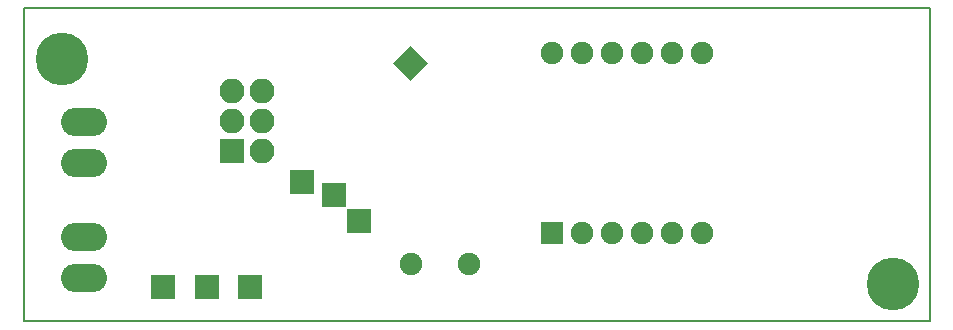
<source format=gts>
G04 #@! TF.FileFunction,Soldermask,Top*
%FSLAX46Y46*%
G04 Gerber Fmt 4.6, Leading zero omitted, Abs format (unit mm)*
G04 Created by KiCad (PCBNEW 4.0.7) date 11/22/17 14:23:38*
%MOMM*%
%LPD*%
G01*
G04 APERTURE LIST*
%ADD10C,0.100000*%
%ADD11C,0.150000*%
%ADD12R,1.900000X1.900000*%
%ADD13C,1.900000*%
%ADD14R,2.100000X2.100000*%
%ADD15O,2.100000X2.100000*%
%ADD16O,3.900120X2.398980*%
%ADD17C,4.464000*%
G04 APERTURE END LIST*
D10*
D11*
X18034000Y-22352000D02*
X18542000Y-22352000D01*
X18034000Y-23431500D02*
X18034000Y-22352000D01*
X94742000Y-22352000D02*
X94742000Y-23431500D01*
X18034000Y-48831500D02*
X18034000Y-23431500D01*
X39878000Y-48831500D02*
X18034000Y-48831500D01*
X94742000Y-48831500D02*
X39878000Y-48831500D01*
X94742000Y-47307500D02*
X94742000Y-48831500D01*
X94742000Y-23431500D02*
X94742000Y-47307500D01*
X18542000Y-22352000D02*
X94742000Y-22352000D01*
D12*
X62801500Y-41338500D03*
D13*
X65341500Y-41338500D03*
X67881500Y-41338500D03*
X70421500Y-41338500D03*
X72961500Y-41338500D03*
X75501500Y-41338500D03*
X75501500Y-26098500D03*
X72961500Y-26098500D03*
X70421500Y-26098500D03*
X67881500Y-26098500D03*
X65341500Y-26098500D03*
X62801500Y-26098500D03*
D14*
X35687000Y-34417000D03*
D15*
X38227000Y-34417000D03*
X35687000Y-31877000D03*
X38227000Y-31877000D03*
X35687000Y-29337000D03*
X38227000Y-29337000D03*
D16*
X23114000Y-41683940D03*
X23114000Y-45184060D03*
X23114000Y-31965900D03*
X23114000Y-35466020D03*
D14*
X33528000Y-45974000D03*
X29845000Y-45974000D03*
X37211000Y-45974000D03*
X46418500Y-40322500D03*
X44323000Y-38163500D03*
X41592500Y-37020500D03*
D10*
G36*
X49315076Y-26987500D02*
X50800000Y-25502576D01*
X52284924Y-26987500D01*
X50800000Y-28472424D01*
X49315076Y-26987500D01*
X49315076Y-26987500D01*
G37*
D13*
X55753000Y-44005500D03*
X50853000Y-44005500D03*
D17*
X21272500Y-26670000D03*
X91630500Y-45720000D03*
M02*

</source>
